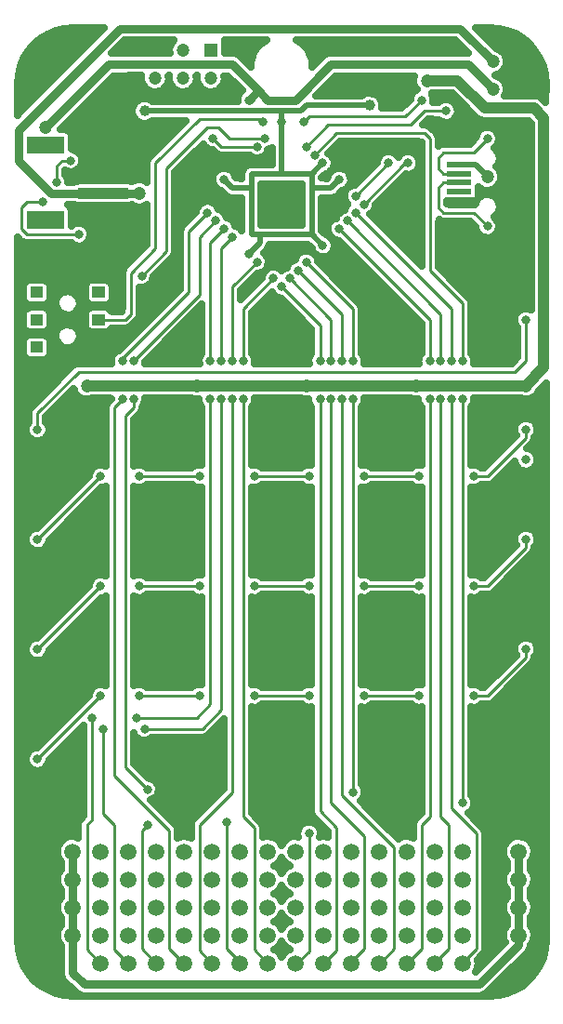
<source format=gbr>
G04 DipTrace 2.4.0.2*
%INBottom.gbr*%
%MOIN*%
%ADD10C,0.0098*%
%ADD13C,0.0197*%
%ADD16C,0.0315*%
%ADD18C,0.0394*%
%ADD20C,0.025*%
%ADD27R,0.0906X0.0197*%
%ADD28R,0.0984X0.0787*%
%ADD31C,0.0472*%
%ADD32R,0.0472X0.0472*%
%ADD34C,0.0591*%
%ADD35C,0.0472*%
%FSLAX44Y44*%
G04*
G70*
G90*
G75*
G01*
%LNBottom*%
%LPD*%
X12992Y32283D2*
D13*
X10728D1*
X10531Y32087D1*
X9843D1*
X4921D1*
X7776Y29626D2*
X8071Y29331D1*
X8760D1*
Y29823D1*
X9843D1*
Y31693D1*
X11319Y30217D2*
X10925Y29823D1*
X9843D1*
X11909Y29626D2*
X11614Y29331D1*
X10925D1*
Y29823D1*
X11319Y27264D2*
X10925Y27657D1*
Y29331D1*
X8661Y26969D2*
X9055Y27362D1*
Y27657D1*
X10925D1*
X9055D2*
X8760D1*
Y29331D1*
X9843Y31693D2*
Y32087D1*
X18343Y5543D2*
D16*
Y4543D1*
Y3543D1*
Y2543D1*
Y2201D1*
X16929Y787D1*
X2756D1*
X2343Y1201D1*
Y2543D1*
Y3543D1*
Y4543D1*
Y5543D1*
X1378Y31496D2*
X3642Y33760D1*
X8071D1*
X9006Y32825D1*
X9350Y32480D1*
X10335D1*
X11614Y33760D1*
X16535D1*
X17421Y32874D1*
X8661Y32480D2*
X9006Y32825D1*
X15157Y23130D2*
D10*
Y24606D1*
X11909Y27854D1*
X15157Y21752D2*
Y6791D1*
X14862Y6496D1*
Y2067D1*
X14343Y1547D1*
Y1543D1*
X15551Y23130D2*
Y24803D1*
X12205Y28150D1*
X15551Y21752D2*
Y6791D1*
X15846Y6496D1*
Y2067D1*
X15343Y1563D1*
Y1543D1*
X15945Y23130D2*
Y25000D1*
X12500Y28445D1*
X15945Y21752D2*
Y7087D1*
X16831Y6201D1*
Y2067D1*
X16343Y1579D1*
Y1543D1*
X14370Y30217D2*
X14272D1*
X12795Y28740D1*
X13681Y30217D2*
X12500Y29035D1*
X7283Y23130D2*
Y27362D1*
X7776Y27854D1*
X3051Y10335D2*
Y6693D1*
X2854Y6496D1*
Y2031D1*
X3343Y1543D1*
X7283Y21752D2*
Y10827D1*
X6791Y10335D1*
X4626D1*
X7677Y23130D2*
Y27165D1*
X8071Y27559D1*
X3445Y9941D2*
Y6890D1*
X3839Y6496D1*
Y2047D1*
X4343Y1543D1*
X7677Y21752D2*
Y10630D1*
X6988Y9941D1*
X4921D1*
X7480Y28150D2*
X6890Y27559D1*
Y25492D1*
X4528Y23130D1*
X5343Y1543D2*
X4823Y2063D1*
Y6299D1*
X5020Y6496D1*
Y7776D2*
X4232Y8563D1*
Y21161D1*
X4528Y21457D1*
Y21752D1*
X7185Y28445D2*
X6496Y27756D1*
Y25591D1*
X4134Y23228D1*
Y23130D1*
X6343Y1543D2*
X5807Y2079D1*
Y6299D1*
X3839Y8268D1*
Y21457D1*
X4134Y21752D1*
X8071Y23130D2*
Y25787D1*
X8957Y26673D1*
X8071Y21752D2*
Y7677D1*
X6890Y6496D1*
Y1996D1*
X7343Y1543D1*
X12402Y23130D2*
Y25000D1*
X10728Y26673D1*
X12402Y21752D2*
Y7677D1*
X7874Y6594D2*
Y2067D1*
X8343Y1598D1*
Y1543D1*
X8465Y23130D2*
Y25000D1*
X9547Y26083D1*
X8465Y21752D2*
Y6791D1*
X8858Y6398D1*
Y2028D1*
X9343Y1543D1*
X11024Y30512D2*
X11811Y31299D1*
X14961D1*
X15157Y31102D1*
Y26378D1*
X16339Y25197D1*
Y23130D1*
Y21752D2*
Y7283D1*
X10827Y6201D2*
Y1969D1*
X10343Y1484D1*
Y1543D1*
X11220Y23130D2*
Y24409D1*
X9843Y25787D1*
X11220Y21752D2*
Y6988D1*
X11811Y6398D1*
Y2012D1*
X11343Y1543D1*
X11614Y23130D2*
Y24606D1*
X10138Y26083D1*
X11614Y21752D2*
Y7283D1*
X12795Y6102D1*
Y2067D1*
X12343Y1614D1*
Y1543D1*
X12008Y23130D2*
Y24803D1*
X10433Y26378D1*
X12008Y21752D2*
Y7579D1*
X13878Y5709D1*
Y2067D1*
X13354Y1543D1*
X13343D1*
X15748Y32087D2*
X14961D1*
X14469Y31594D1*
X11516D1*
X10728Y30807D1*
X3425Y29921D2*
D16*
X4724D1*
X17343Y2543D2*
Y3543D1*
Y4543D1*
Y5543D1*
X1343D2*
Y4543D1*
Y3543D1*
Y2543D1*
X1280Y28839D2*
D10*
X689D1*
X492Y28642D1*
Y27854D1*
X689Y27657D1*
X2559D1*
X2264Y30315D2*
X1969D1*
X1772Y30118D1*
Y29528D1*
X16201Y30157D2*
D13*
X16791D1*
X17224Y29724D1*
X14862Y32480D2*
D10*
X14272Y31890D1*
X10827D1*
X10630Y31693D1*
X9154D2*
Y31791D1*
X6890D1*
X5315Y30217D1*
Y27165D1*
X4429Y26280D1*
Y24803D1*
X4232Y24606D1*
X3278D1*
X16201Y29528D2*
X15650D1*
X15453Y29331D1*
Y28642D1*
X15650Y28445D1*
X16732D1*
X17224Y27953D1*
X16201Y29843D2*
X15630D1*
X15453Y30020D1*
Y30413D1*
X15650Y30610D1*
X16732D1*
X17224Y31102D1*
X18602Y24606D2*
Y23130D1*
X18209Y22736D1*
X2559D1*
X1083Y21260D1*
Y20669D1*
X14764Y18996D2*
X12795D1*
X10827D2*
X8858D1*
X6890D2*
X4724D1*
X3346D2*
X1083Y16732D1*
X18602Y20669D2*
Y20374D1*
X17224Y18996D1*
X16732D1*
X18602Y16732D2*
Y16437D1*
X17224Y15059D1*
X16732D1*
X14764D2*
X12795D1*
X10827D2*
X8858D1*
X6890D2*
X4724D1*
X3346D2*
X1083Y12795D1*
X18602D2*
Y12500D1*
X17224Y11122D1*
X16732D1*
X14764D2*
X12795D1*
X10827D2*
X8858D1*
X6890D2*
X4724D1*
X3346D2*
X1083Y8858D1*
X9252Y31102D2*
X7972D1*
X7579Y31496D1*
X7185D1*
X5709Y30020D1*
Y27067D1*
X4823Y26181D1*
X8957Y30807D2*
X7677D1*
X7382Y31102D1*
X3425Y29134D2*
D16*
X4724D1*
X3425D2*
X1575D1*
X394Y30315D1*
Y31398D1*
X4035Y35039D1*
X16240D1*
X17421Y33858D1*
X2854Y22244D2*
D18*
X6791D1*
X10728D1*
X14665D1*
X18602D1*
X15059Y33169D2*
X16142D1*
X17126Y32185D1*
X18898D1*
X19252Y31831D1*
Y22894D1*
X18602Y22244D1*
D35*
X17421Y33858D3*
X17224Y29724D3*
X1378Y31496D3*
D16*
X1772Y29528D3*
D35*
X17421Y32874D3*
X15059Y33169D3*
X18602Y22244D3*
X14665D3*
X10728D3*
D16*
X2264Y30315D3*
X1280Y28839D3*
X2559Y27657D3*
D35*
X4724Y29134D3*
X6791Y22244D3*
X4724Y29921D3*
X2854Y22244D3*
D18*
X12992Y32283D3*
D16*
X4823Y26181D3*
D18*
X4921Y32087D3*
D16*
X9843Y31693D3*
X12402Y23130D3*
X12795Y28740D3*
X14370Y30217D3*
X14862Y32480D3*
X8563Y34449D3*
X9252Y31102D3*
X10630Y31693D3*
X8957Y30807D3*
X10728D3*
X9154Y31693D3*
X11024Y30512D3*
X12500Y29035D3*
Y28445D3*
X7382Y31102D3*
X12205Y28150D3*
X11909Y29626D3*
Y27854D3*
X11614Y29921D3*
Y27559D3*
X12008Y23130D3*
X11614D3*
X11220D3*
X9843Y25787D3*
X8957Y26673D3*
X9547Y26083D3*
X8661Y26969D3*
X10138Y26083D3*
X13681Y30217D3*
X7185Y28445D3*
X7480Y29331D3*
Y28150D3*
X7776Y29626D3*
Y27854D3*
X12992Y30610D3*
X8071Y27559D3*
X14665Y26969D3*
X6102Y28839D3*
X9252Y29331D3*
X10433D3*
X9252Y28150D3*
X10433D3*
X9843Y29331D3*
X10433Y28740D3*
X9843Y28150D3*
X9252Y28740D3*
X11319Y30217D3*
Y27264D3*
X8661Y32480D3*
X17224Y27953D3*
Y31102D3*
X15748Y32087D3*
X12402Y21752D3*
X10433Y26378D3*
X10728Y26673D3*
X12008Y21752D3*
X8465Y23130D3*
X8071D3*
X7677D3*
X7283D3*
X4528D3*
X4134D3*
X16339D3*
X15945D3*
X15551D3*
X11614Y21752D3*
X11220D3*
X8465D3*
X8071D3*
X7677D3*
X7283D3*
X4528D3*
X4134D3*
X16339D3*
X15945D3*
X15551D3*
X15157D3*
Y23130D3*
X11122Y34449D3*
X12894D3*
X14961D3*
X6004Y26476D3*
X2657Y31496D3*
X15846Y26969D3*
X18504D3*
Y30413D3*
Y28642D3*
X1772Y20472D3*
X5315Y31299D3*
X3346Y28543D3*
X2264Y24606D3*
X5512Y25394D3*
X13976Y24606D3*
X17913D3*
X17520Y20866D3*
Y16732D3*
Y12795D3*
Y20472D3*
X1772Y16339D3*
X17520Y8858D3*
X1772Y20866D3*
Y16732D3*
X17520Y16339D3*
X1772Y12402D3*
Y12795D3*
Y8858D3*
X1870Y24606D3*
X17520Y12402D3*
X1772Y8465D3*
X5118Y24902D3*
X13583Y24606D3*
X17520D3*
Y8465D3*
X6201Y32579D3*
X5020Y7776D3*
X4626Y10335D3*
X3051D3*
X4921Y9941D3*
X3445D3*
X5020Y6496D3*
X12402Y7677D3*
X7874Y6594D3*
X16339Y7283D3*
X10827Y6201D3*
X18602Y24606D3*
X1083Y20669D3*
X18602D3*
X1083Y16732D3*
X14764Y18996D3*
X16732D3*
X10827D3*
X12795D3*
X8858D3*
X6890D3*
X4724D3*
X3346D3*
X18602Y19587D3*
X16732Y15059D3*
X14764D3*
X12795D3*
X10827D3*
X8858D3*
X6890D3*
X4724D3*
X3346D3*
X16732Y11122D3*
X14764D3*
X12795D3*
X10827D3*
X8858D3*
X6890D3*
X4724D3*
X3346D3*
X18602Y16732D3*
Y12795D3*
X1083D3*
Y8858D3*
X5709Y20669D3*
X9646D3*
X13583D3*
X5709Y16732D3*
X9646D3*
X13583D3*
X5709Y12795D3*
X9646D3*
X13583D3*
X5709Y8858D3*
X9646D3*
X13583D3*
X9843Y24606D3*
X5906Y23819D3*
X4035Y25394D3*
X16535Y31890D3*
X11516Y32776D3*
X787Y32874D3*
X17717Y34449D3*
X1431Y34819D2*
D20*
X3209D1*
X17064D2*
X18252D1*
X1080Y34571D2*
X2959D1*
X4173D2*
X5897D1*
X7814D2*
X9178D1*
X10505D2*
X16104D1*
X17314D2*
X18604D1*
X837Y34322D2*
X2713D1*
X3923D2*
X5787D1*
X7814D2*
X8924D1*
X10759D2*
X16354D1*
X17603D2*
X18846D1*
X669Y34073D2*
X2463D1*
X8361D2*
X8787D1*
X10900D2*
X11323D1*
X17884D2*
X19018D1*
X544Y33824D2*
X2213D1*
X8611D2*
X8721D1*
X10966D2*
X11071D1*
X17935D2*
X19139D1*
X462Y33576D2*
X1967D1*
X17845D2*
X19221D1*
X412Y33327D2*
X1717D1*
X3814D2*
X4791D1*
X7810D2*
X7898D1*
X11787D2*
X14573D1*
X17630D2*
X19272D1*
X392Y33078D2*
X1467D1*
X3564D2*
X4819D1*
X7779D2*
X8147D1*
X11537D2*
X14553D1*
X17892D2*
X19291D1*
X392Y32830D2*
X1221D1*
X3318D2*
X5041D1*
X5556D2*
X6041D1*
X6556D2*
X7041D1*
X7556D2*
X8397D1*
X11291D2*
X14623D1*
X17935D2*
X19295D1*
X392Y32581D2*
X971D1*
X3068D2*
X8237D1*
X13353D2*
X14440D1*
X15287D2*
X16069D1*
X19134D2*
X19295D1*
X392Y32332D2*
X721D1*
X2818D2*
X4518D1*
X13462D2*
X14260D1*
X16103D2*
X16319D1*
X392Y32084D2*
X478D1*
X2572D2*
X4448D1*
X16185D2*
X16565D1*
X2322Y31835D2*
X4522D1*
X16099D2*
X16819D1*
X2072Y31586D2*
X6233D1*
X15080D2*
X18776D1*
X2271Y31338D2*
X5983D1*
X15376D2*
X16862D1*
X17587D2*
X18776D1*
X2326Y31089D2*
X5737D1*
X15486D2*
X16760D1*
X17658D2*
X18776D1*
X2326Y30840D2*
X5487D1*
X11806D2*
X14830D1*
X17564D2*
X18776D1*
X2591Y30592D2*
X5237D1*
X6732D2*
X7440D1*
X9330D2*
X9467D1*
X11556D2*
X13491D1*
X13873D2*
X14178D1*
X14560D2*
X14830D1*
X17642D2*
X18776D1*
X2697Y30343D2*
X5014D1*
X6486D2*
X9467D1*
X11736D2*
X13264D1*
X17689D2*
X18776D1*
X2634Y30094D2*
X4987D1*
X6236D2*
X8510D1*
X11736D2*
X13108D1*
X17572D2*
X18776D1*
X2099Y29845D2*
X4987D1*
X6037D2*
X7405D1*
X8146D2*
X8385D1*
X12283D2*
X12858D1*
X14572D2*
X14830D1*
X17724D2*
X18776D1*
X2201Y29597D2*
X4541D1*
X4908D2*
X4985D1*
X6037D2*
X7342D1*
X12345D2*
X12608D1*
X14103D2*
X14830D1*
X17720D2*
X18776D1*
X6037Y29348D2*
X7448D1*
X9134D2*
X10549D1*
X13857D2*
X14830D1*
X17560D2*
X18776D1*
X6037Y29099D2*
X7780D1*
X9134D2*
X10549D1*
X11904D2*
X12072D1*
X13607D2*
X14830D1*
X16931D2*
X17147D1*
X17303D2*
X18776D1*
X6037Y28851D2*
X7100D1*
X7274D2*
X8385D1*
X9134D2*
X10549D1*
X11302D2*
X12108D1*
X13357D2*
X14830D1*
X15779D2*
X16799D1*
X17646D2*
X18776D1*
X2306Y28602D2*
X4987D1*
X6037D2*
X6780D1*
X7587D2*
X8385D1*
X9134D2*
X10549D1*
X11302D2*
X12096D1*
X13209D2*
X14830D1*
X17685D2*
X18776D1*
X2326Y28353D2*
X4987D1*
X6037D2*
X6643D1*
X7861D2*
X8385D1*
X9134D2*
X10549D1*
X11302D2*
X11823D1*
X13044D2*
X14830D1*
X17564D2*
X18776D1*
X2326Y28105D2*
X4987D1*
X6037D2*
X6393D1*
X8126D2*
X8385D1*
X9134D2*
X10549D1*
X11302D2*
X11561D1*
X13294D2*
X14830D1*
X15486D2*
X16619D1*
X17630D2*
X18776D1*
X2943Y27856D2*
X4987D1*
X6037D2*
X6183D1*
X11302D2*
X11475D1*
X13541D2*
X14830D1*
X15486D2*
X16799D1*
X17650D2*
X18776D1*
X2990Y27607D2*
X4987D1*
X6037D2*
X6169D1*
X13791D2*
X14830D1*
X15486D2*
X16979D1*
X17470D2*
X18776D1*
X392Y27359D2*
X619D1*
X2865D2*
X4987D1*
X6037D2*
X6169D1*
X11744D2*
X11951D1*
X14041D2*
X14830D1*
X15486D2*
X18776D1*
X392Y27110D2*
X4807D1*
X6037D2*
X6169D1*
X9326D2*
X10912D1*
X11724D2*
X12201D1*
X14287D2*
X14830D1*
X15486D2*
X18776D1*
X392Y26861D2*
X4557D1*
X5955D2*
X6170D1*
X9345D2*
X10338D1*
X11119D2*
X11213D1*
X11423D2*
X12451D1*
X14537D2*
X14830D1*
X15486D2*
X18776D1*
X392Y26613D2*
X4311D1*
X5709D2*
X6170D1*
X9388D2*
X10073D1*
X11240D2*
X12698D1*
X15486D2*
X18776D1*
X392Y26364D2*
X4116D1*
X5459D2*
X6170D1*
X11490D2*
X12948D1*
X15623D2*
X18776D1*
X392Y26115D2*
X4104D1*
X5251D2*
X6170D1*
X8849D2*
X9112D1*
X11740D2*
X13198D1*
X15873D2*
X18776D1*
X392Y25866D2*
X563D1*
X1544D2*
X2787D1*
X3771D2*
X4104D1*
X5111D2*
X6170D1*
X8603D2*
X8877D1*
X11986D2*
X13444D1*
X16123D2*
X18776D1*
X392Y25618D2*
X548D1*
X1556D2*
X2772D1*
X3783D2*
X4104D1*
X4755D2*
X6073D1*
X8400D2*
X8631D1*
X12236D2*
X13694D1*
X16369D2*
X18776D1*
X392Y25369D2*
X548D1*
X1556D2*
X1756D1*
X2572D2*
X2776D1*
X3779D2*
X4104D1*
X4755D2*
X5823D1*
X9287D2*
X9807D1*
X12486D2*
X13944D1*
X16611D2*
X18776D1*
X392Y25120D2*
X1729D1*
X2603D2*
X4104D1*
X4755D2*
X5573D1*
X9037D2*
X10057D1*
X12705D2*
X14190D1*
X16666D2*
X18776D1*
X392Y24872D2*
X555D1*
X1548D2*
X1873D1*
X2459D2*
X2784D1*
X4755D2*
X5326D1*
X6720D2*
X6955D1*
X8791D2*
X10307D1*
X12728D2*
X14440D1*
X16666D2*
X18264D1*
X392Y24623D2*
X548D1*
X1556D2*
X2772D1*
X4697D2*
X5076D1*
X6474D2*
X6955D1*
X8791D2*
X10553D1*
X12728D2*
X14690D1*
X16666D2*
X18166D1*
X392Y24374D2*
X548D1*
X1556D2*
X1920D1*
X2408D2*
X2776D1*
X4451D2*
X4826D1*
X6224D2*
X6955D1*
X8791D2*
X10803D1*
X12728D2*
X14830D1*
X16666D2*
X18241D1*
X392Y24126D2*
X1733D1*
X2595D2*
X4580D1*
X5974D2*
X6955D1*
X8791D2*
X10893D1*
X12728D2*
X14830D1*
X16666D2*
X18276D1*
X392Y23877D2*
X555D1*
X1552D2*
X1744D1*
X2587D2*
X4330D1*
X5728D2*
X6955D1*
X8791D2*
X10893D1*
X12728D2*
X14830D1*
X16666D2*
X18276D1*
X392Y23628D2*
X548D1*
X1556D2*
X1979D1*
X2353D2*
X4080D1*
X5478D2*
X6955D1*
X8791D2*
X10893D1*
X12728D2*
X14830D1*
X16666D2*
X18276D1*
X392Y23380D2*
X555D1*
X1552D2*
X3784D1*
X5228D2*
X6932D1*
X8814D2*
X10869D1*
X12751D2*
X14807D1*
X16689D2*
X18276D1*
X392Y23131D2*
X3698D1*
X4982D2*
X6850D1*
X8900D2*
X10784D1*
X12837D2*
X14721D1*
X16775D2*
X18151D1*
X392Y22882D2*
X2252D1*
X392Y22634D2*
X2002D1*
X392Y22385D2*
X1756D1*
X392Y22136D2*
X1506D1*
X19154D2*
X19292D1*
X392Y21887D2*
X1256D1*
X2162D2*
X2494D1*
X18962D2*
X19295D1*
X392Y21639D2*
X1010D1*
X1916D2*
X3573D1*
X4947D2*
X6866D1*
X8884D2*
X10799D1*
X12822D2*
X14737D1*
X16759D2*
X19295D1*
X392Y21390D2*
X784D1*
X1666D2*
X3510D1*
X4849D2*
X6955D1*
X8791D2*
X10893D1*
X12728D2*
X14830D1*
X16666D2*
X19295D1*
X392Y21141D2*
X756D1*
X1416D2*
X3510D1*
X4666D2*
X6955D1*
X8791D2*
X10893D1*
X12728D2*
X14830D1*
X16666D2*
X19295D1*
X392Y20893D2*
X713D1*
X1451D2*
X3510D1*
X4560D2*
X6955D1*
X8791D2*
X10893D1*
X12728D2*
X14830D1*
X16666D2*
X18233D1*
X18970D2*
X19295D1*
X392Y20644D2*
X647D1*
X1517D2*
X3510D1*
X4560D2*
X6955D1*
X8791D2*
X10893D1*
X12728D2*
X14830D1*
X16666D2*
X18166D1*
X19037D2*
X19295D1*
X392Y20395D2*
X752D1*
X1412D2*
X3510D1*
X4560D2*
X6955D1*
X8791D2*
X10893D1*
X12728D2*
X14830D1*
X16666D2*
X18170D1*
X18931D2*
X19295D1*
X392Y20147D2*
X3510D1*
X4560D2*
X6955D1*
X8791D2*
X10893D1*
X12728D2*
X14830D1*
X16666D2*
X17924D1*
X18826D2*
X19295D1*
X392Y19898D2*
X3510D1*
X4560D2*
X6955D1*
X8791D2*
X10893D1*
X12728D2*
X14830D1*
X16666D2*
X17674D1*
X18896D2*
X19295D1*
X392Y19649D2*
X3510D1*
X4560D2*
X6955D1*
X8791D2*
X10893D1*
X12728D2*
X14830D1*
X16666D2*
X17424D1*
X19033D2*
X19295D1*
X392Y19401D2*
X3252D1*
X4821D2*
X6795D1*
X8955D2*
X10733D1*
X12888D2*
X14670D1*
X16826D2*
X17178D1*
X18080D2*
X18212D1*
X18994D2*
X19295D1*
X392Y19152D2*
X2944D1*
X17834D2*
X19295D1*
X392Y18903D2*
X2803D1*
X17584D2*
X19295D1*
X392Y18655D2*
X2553D1*
X4978D2*
X6639D1*
X9111D2*
X10573D1*
X13048D2*
X14510D1*
X16986D2*
X19295D1*
X392Y18406D2*
X2303D1*
X3209D2*
X3510D1*
X4560D2*
X6955D1*
X8791D2*
X10893D1*
X12728D2*
X14830D1*
X16666D2*
X19295D1*
X392Y18157D2*
X2057D1*
X2959D2*
X3510D1*
X4560D2*
X6955D1*
X8791D2*
X10893D1*
X12728D2*
X14830D1*
X16666D2*
X19295D1*
X392Y17908D2*
X1807D1*
X2712D2*
X3510D1*
X4560D2*
X6955D1*
X8791D2*
X10893D1*
X12728D2*
X14830D1*
X16666D2*
X19295D1*
X392Y17660D2*
X1557D1*
X2462D2*
X3510D1*
X4560D2*
X6955D1*
X8791D2*
X10893D1*
X12728D2*
X14830D1*
X16666D2*
X19295D1*
X392Y17411D2*
X1311D1*
X2212D2*
X3510D1*
X4560D2*
X6955D1*
X8791D2*
X10893D1*
X12728D2*
X14830D1*
X16666D2*
X19295D1*
X392Y17162D2*
X1061D1*
X1966D2*
X3510D1*
X4560D2*
X6955D1*
X8791D2*
X10893D1*
X12728D2*
X14830D1*
X16666D2*
X19295D1*
X392Y16914D2*
X690D1*
X1716D2*
X3510D1*
X4560D2*
X6955D1*
X8791D2*
X10893D1*
X12728D2*
X14830D1*
X16666D2*
X18209D1*
X18994D2*
X19295D1*
X392Y16665D2*
X655D1*
X1513D2*
X3510D1*
X4560D2*
X6955D1*
X8791D2*
X10893D1*
X12728D2*
X14830D1*
X16666D2*
X18174D1*
X19033D2*
X19295D1*
X392Y16416D2*
X795D1*
X1369D2*
X3510D1*
X4560D2*
X6955D1*
X8791D2*
X10893D1*
X12728D2*
X14830D1*
X16666D2*
X18131D1*
X18927D2*
X19295D1*
X392Y16168D2*
X3510D1*
X4560D2*
X6955D1*
X8791D2*
X10893D1*
X12728D2*
X14830D1*
X16666D2*
X17881D1*
X18787D2*
X19295D1*
X392Y15919D2*
X3510D1*
X4560D2*
X6955D1*
X8791D2*
X10893D1*
X12728D2*
X14830D1*
X16666D2*
X17631D1*
X18537D2*
X19295D1*
X392Y15670D2*
X3510D1*
X4560D2*
X6955D1*
X8791D2*
X10893D1*
X12728D2*
X14830D1*
X16666D2*
X17385D1*
X18287D2*
X19295D1*
X392Y15422D2*
X3127D1*
X4943D2*
X6674D1*
X9076D2*
X10608D1*
X13013D2*
X14545D1*
X16951D2*
X17135D1*
X18041D2*
X19295D1*
X392Y15173D2*
X2928D1*
X17791D2*
X19295D1*
X392Y14924D2*
X2760D1*
X17541D2*
X19295D1*
X392Y14676D2*
X2510D1*
X4896D2*
X6717D1*
X9029D2*
X10655D1*
X12966D2*
X14592D1*
X16904D2*
X19295D1*
X392Y14427D2*
X2260D1*
X3166D2*
X3510D1*
X4560D2*
X6955D1*
X8791D2*
X10893D1*
X12728D2*
X14830D1*
X16666D2*
X19295D1*
X392Y14178D2*
X2014D1*
X2919D2*
X3510D1*
X4560D2*
X6955D1*
X8791D2*
X10893D1*
X12728D2*
X14830D1*
X16666D2*
X19295D1*
X392Y13929D2*
X1764D1*
X2669D2*
X3510D1*
X4560D2*
X6955D1*
X8791D2*
X10893D1*
X12728D2*
X14830D1*
X16666D2*
X19295D1*
X392Y13681D2*
X1514D1*
X2419D2*
X3510D1*
X4560D2*
X6955D1*
X8791D2*
X10893D1*
X12728D2*
X14830D1*
X16666D2*
X19295D1*
X392Y13432D2*
X1268D1*
X2173D2*
X3510D1*
X4560D2*
X6955D1*
X8791D2*
X10893D1*
X12728D2*
X14830D1*
X16666D2*
X19295D1*
X392Y13183D2*
X924D1*
X1923D2*
X3510D1*
X4560D2*
X6955D1*
X8791D2*
X10893D1*
X12728D2*
X14830D1*
X16666D2*
X18444D1*
X18759D2*
X19295D1*
X392Y12935D2*
X670D1*
X1673D2*
X3510D1*
X4560D2*
X6955D1*
X8791D2*
X10893D1*
X12728D2*
X14830D1*
X16666D2*
X18190D1*
X19013D2*
X19295D1*
X392Y12686D2*
X662D1*
X1501D2*
X3510D1*
X4560D2*
X6955D1*
X8791D2*
X10893D1*
X12728D2*
X14830D1*
X16666D2*
X18182D1*
X19025D2*
X19295D1*
X392Y12437D2*
X858D1*
X1310D2*
X3510D1*
X4560D2*
X6955D1*
X8791D2*
X10893D1*
X12728D2*
X14830D1*
X16666D2*
X18088D1*
X18923D2*
X19295D1*
X392Y12189D2*
X3510D1*
X4560D2*
X6955D1*
X8791D2*
X10893D1*
X12728D2*
X14830D1*
X16666D2*
X17838D1*
X18744D2*
X19295D1*
X392Y11940D2*
X3510D1*
X4560D2*
X6955D1*
X8791D2*
X10893D1*
X12728D2*
X14830D1*
X16666D2*
X17588D1*
X18494D2*
X19295D1*
X392Y11691D2*
X3510D1*
X4560D2*
X6955D1*
X8791D2*
X10893D1*
X12728D2*
X14830D1*
X16666D2*
X17342D1*
X18248D2*
X19295D1*
X392Y11443D2*
X3065D1*
X5005D2*
X6608D1*
X9138D2*
X10545D1*
X13076D2*
X14483D1*
X17013D2*
X17092D1*
X17998D2*
X19295D1*
X392Y11194D2*
X2916D1*
X17748D2*
X19295D1*
X392Y10945D2*
X2717D1*
X17501D2*
X19295D1*
X392Y10697D2*
X2467D1*
X8791D2*
X10893D1*
X12728D2*
X14830D1*
X16666D2*
X19295D1*
X392Y10448D2*
X2221D1*
X8791D2*
X10893D1*
X12728D2*
X14830D1*
X16666D2*
X19295D1*
X392Y10199D2*
X1971D1*
X8791D2*
X10893D1*
X12728D2*
X14830D1*
X16666D2*
X19295D1*
X392Y9950D2*
X1721D1*
X2626D2*
X2725D1*
X7451D2*
X7744D1*
X8791D2*
X10893D1*
X12728D2*
X14830D1*
X16666D2*
X19295D1*
X392Y9702D2*
X1475D1*
X2380D2*
X2725D1*
X7197D2*
X7744D1*
X8791D2*
X10893D1*
X12728D2*
X14830D1*
X16666D2*
X19295D1*
X392Y9453D2*
X1225D1*
X2130D2*
X2725D1*
X4560D2*
X7744D1*
X8791D2*
X10893D1*
X12728D2*
X14830D1*
X16666D2*
X19295D1*
X392Y9204D2*
X838D1*
X1880D2*
X2725D1*
X4560D2*
X7744D1*
X8791D2*
X10893D1*
X12728D2*
X14830D1*
X16666D2*
X19295D1*
X392Y8956D2*
X659D1*
X1634D2*
X2725D1*
X4560D2*
X7744D1*
X8791D2*
X10893D1*
X12728D2*
X14830D1*
X16666D2*
X19295D1*
X392Y8707D2*
X678D1*
X1490D2*
X2725D1*
X4560D2*
X7744D1*
X8791D2*
X10893D1*
X12728D2*
X14830D1*
X16666D2*
X19295D1*
X392Y8458D2*
X967D1*
X1199D2*
X2725D1*
X4791D2*
X7744D1*
X8791D2*
X10893D1*
X12728D2*
X14830D1*
X16666D2*
X19295D1*
X392Y8210D2*
X2725D1*
X5037D2*
X7744D1*
X8791D2*
X10893D1*
X12728D2*
X14830D1*
X16666D2*
X19295D1*
X392Y7961D2*
X2725D1*
X5412D2*
X7744D1*
X8791D2*
X10893D1*
X12728D2*
X14830D1*
X16666D2*
X19295D1*
X392Y7712D2*
X2725D1*
X5451D2*
X7655D1*
X8791D2*
X10893D1*
X12837D2*
X14830D1*
X16666D2*
X19295D1*
X392Y7464D2*
X2725D1*
X5310D2*
X7405D1*
X8791D2*
X10893D1*
X12779D2*
X14830D1*
X16732D2*
X19295D1*
X392Y7215D2*
X2725D1*
X5345D2*
X7155D1*
X8791D2*
X10893D1*
X12826D2*
X14830D1*
X16767D2*
X19295D1*
X392Y6966D2*
X2725D1*
X5591D2*
X6909D1*
X8791D2*
X10893D1*
X13072D2*
X14830D1*
X16623D2*
X19295D1*
X392Y6718D2*
X2623D1*
X5841D2*
X6659D1*
X8990D2*
X11037D1*
X13322D2*
X14631D1*
X16767D2*
X19295D1*
X392Y6469D2*
X2526D1*
X6084D2*
X6561D1*
X9177D2*
X10491D1*
X11162D2*
X11287D1*
X13572D2*
X14534D1*
X17013D2*
X19295D1*
X392Y6220D2*
X2526D1*
X6134D2*
X6561D1*
X9185D2*
X10393D1*
X11263D2*
X11483D1*
X13818D2*
X14534D1*
X17158D2*
X19295D1*
X392Y5971D2*
X1975D1*
X9709D2*
X9975D1*
X17158D2*
X17975D1*
X18709D2*
X19295D1*
X392Y5723D2*
X1799D1*
X17158D2*
X17799D1*
X18884D2*
X19295D1*
X392Y5474D2*
X1772D1*
X17158D2*
X17772D1*
X18912D2*
X19295D1*
X392Y5225D2*
X1869D1*
X17158D2*
X17869D1*
X18814D2*
X19295D1*
X392Y4977D2*
X1909D1*
X9705D2*
X9983D1*
X17158D2*
X17909D1*
X18779D2*
X19295D1*
X392Y4728D2*
X1803D1*
X17158D2*
X17803D1*
X18884D2*
X19295D1*
X392Y4479D2*
X1772D1*
X17158D2*
X17772D1*
X18912D2*
X19295D1*
X392Y4231D2*
X1866D1*
X17158D2*
X17866D1*
X18818D2*
X19295D1*
X392Y3982D2*
X1909D1*
X9697D2*
X9991D1*
X17158D2*
X17909D1*
X18779D2*
X19295D1*
X392Y3733D2*
X1803D1*
X17158D2*
X17803D1*
X18880D2*
X19295D1*
X392Y3485D2*
X1772D1*
X17158D2*
X17772D1*
X18912D2*
X19295D1*
X392Y3236D2*
X1862D1*
X17158D2*
X17862D1*
X18822D2*
X19295D1*
X392Y2987D2*
X1909D1*
X9689D2*
X9994D1*
X17158D2*
X17909D1*
X18779D2*
X19295D1*
X392Y2739D2*
X1807D1*
X17158D2*
X17807D1*
X18880D2*
X19295D1*
X390Y2490D2*
X1772D1*
X17158D2*
X17772D1*
X18912D2*
X19295D1*
X400Y2241D2*
X1862D1*
X17158D2*
X17776D1*
X18826D2*
X19284D1*
X431Y1992D2*
X1909D1*
X9681D2*
X10002D1*
X17150D2*
X17530D1*
X18720D2*
X19256D1*
X490Y1744D2*
X1909D1*
X16959D2*
X17280D1*
X18490D2*
X19194D1*
X591Y1495D2*
X1909D1*
X16916D2*
X17030D1*
X18244D2*
X19092D1*
X736Y1246D2*
X1909D1*
X17994D2*
X18948D1*
X935Y998D2*
X1959D1*
X17744D2*
X18748D1*
X1212Y749D2*
X2190D1*
X17498D2*
X18471D1*
X1681Y500D2*
X2436D1*
X17248D2*
X18002D1*
X16907Y29352D2*
X16903Y29176D1*
X16907Y28966D1*
X17027Y29056D1*
X17145Y29095D1*
X17270Y29100D1*
X17391Y29070D1*
X17498Y29007D1*
X17584Y28917D1*
X17641Y28806D1*
X17666Y28661D1*
X17648Y28538D1*
X17597Y28424D1*
X17516Y28330D1*
X17454Y28289D1*
X17510Y28248D1*
X17585Y28149D1*
X17627Y28032D1*
X17635Y27953D1*
X17616Y27830D1*
X17561Y27718D1*
X17475Y27628D1*
X17366Y27567D1*
X17244Y27543D1*
X17121Y27556D1*
X17006Y27605D1*
X16912Y27686D1*
X16846Y27792D1*
X16817Y27932D1*
X16605Y28145D1*
X15650Y28143D1*
X15525Y28170D1*
X15493Y28187D1*
X15460Y28102D1*
Y26505D1*
X16552Y25411D1*
X16621Y25303D1*
X16641Y25197D1*
Y23404D1*
X16699Y23326D1*
X16741Y23209D1*
X16749Y23130D1*
X16736Y23041D1*
X17809Y23039D1*
X18086D1*
X18301Y23257D1*
X18300Y24329D1*
X18224Y24446D1*
X18194Y24566D1*
X18201Y24691D1*
X18244Y24807D1*
X18321Y24905D1*
X18424Y24976D1*
X18543Y25013D1*
X18667Y25012D1*
X18802Y24962D1*
Y31648D1*
X18710Y31736D1*
X17126Y31735D1*
X17003Y31752D1*
X16886Y31805D1*
X16808Y31867D1*
X15954Y32720D1*
X15247Y32719D1*
X15223Y32677D1*
X15265Y32560D1*
X15273Y32480D1*
X15259Y32392D1*
X15472Y32389D1*
X15569Y32456D1*
X15688Y32493D1*
X15813Y32492D1*
X15931Y32454D1*
X16033Y32382D1*
X16109Y32283D1*
X16151Y32166D1*
X16159Y32087D1*
X16140Y31964D1*
X16085Y31852D1*
X15999Y31762D1*
X15890Y31701D1*
X15768Y31677D1*
X15644Y31689D1*
X15530Y31739D1*
X15480Y31782D1*
X15088Y31784D1*
X14901Y31599D1*
X14961Y31602D1*
X15085Y31574D1*
X15174Y31513D1*
X15371Y31316D1*
X15440Y31208D1*
X15460Y31102D1*
X15464Y30849D1*
X15576Y30903D1*
X15775Y30913D1*
X16607D1*
X16814Y31120D1*
X16823Y31187D1*
X16866Y31303D1*
X16943Y31401D1*
X17046Y31472D1*
X17165Y31509D1*
X17289Y31508D1*
X17408Y31470D1*
X17510Y31398D1*
X17585Y31299D1*
X17627Y31182D1*
X17635Y31102D1*
X17616Y30979D1*
X17561Y30868D1*
X17458Y30768D1*
X17498Y30739D1*
X17584Y30649D1*
X17641Y30538D1*
X17666Y30394D1*
X17648Y30270D1*
X17597Y30157D1*
X17544Y30095D1*
X17610Y30026D1*
X17674Y29918D1*
X17708Y29799D1*
X17714Y29724D1*
X17698Y29601D1*
X17651Y29485D1*
X17577Y29385D1*
X17480Y29307D1*
X17366Y29256D1*
X17243Y29235D1*
X17119Y29247D1*
X17002Y29289D1*
X16908Y29353D1*
X16907Y29189D1*
X16832Y28861D2*
X15754D1*
X15755Y28764D1*
X15900Y28747D1*
X16774Y28744D1*
X16798Y28774D1*
X16836Y28863D1*
X2645Y29584D2*
X4331D1*
X4454Y29551D1*
X4433Y29561D1*
X4669Y29620D1*
X4793Y29618D1*
X4913Y29585D1*
X5011Y29529D1*
X5013Y30217D1*
X5040Y30341D1*
X5101Y30430D1*
X6408Y31737D1*
X5206Y31735D1*
X5121Y31683D1*
X5003Y31644D1*
X4878Y31639D1*
X4757Y31668D1*
X4648Y31729D1*
X4561Y31817D1*
X4501Y31927D1*
X4473Y32048D1*
X4480Y32172D1*
X4520Y32290D1*
X4591Y32393D1*
X4688Y32471D1*
X4802Y32521D1*
X4926Y32537D1*
X5049Y32518D1*
X5162Y32466D1*
X5195Y32439D1*
X8253Y32440D1*
X8260Y32565D1*
X8306Y32684D1*
X8281Y32634D1*
X8371Y32771D1*
X8424Y32823D1*
X7901Y33349D1*
X7778D1*
X7789Y33260D1*
X7773Y33136D1*
X7726Y33021D1*
X7652Y32920D1*
X7555Y32842D1*
X7441Y32791D1*
X7318Y32771D1*
X7194Y32782D1*
X7076Y32824D1*
X6974Y32895D1*
X6892Y32989D1*
X6837Y33101D1*
X6811Y33223D1*
X6819Y33351D1*
X6783Y33334D1*
X6789Y33260D1*
X6773Y33136D1*
X6726Y33021D1*
X6652Y32920D1*
X6555Y32842D1*
X6441Y32791D1*
X6318Y32771D1*
X6194Y32782D1*
X6076Y32824D1*
X5974Y32895D1*
X5892Y32989D1*
X5837Y33101D1*
X5811Y33223D1*
X5819Y33351D1*
X5783Y33334D1*
X5789Y33260D1*
X5773Y33136D1*
X5726Y33021D1*
X5652Y32920D1*
X5555Y32842D1*
X5441Y32791D1*
X5318Y32771D1*
X5194Y32782D1*
X5076Y32824D1*
X4974Y32895D1*
X4892Y32989D1*
X4837Y33101D1*
X4811Y33223D1*
X4819Y33351D1*
X3809Y33349D1*
X1896Y31434D1*
X2047D1*
X2167Y31404D1*
X2259Y31320D1*
X2300Y31181D1*
Y30724D1*
X2447Y30682D1*
X2549Y30610D1*
X2624Y30511D1*
X2667Y30394D1*
X2674Y30315D1*
X2655Y30192D1*
X2601Y30080D1*
X2515Y29990D1*
X2406Y29930D1*
X2284Y29905D1*
X2160Y29918D1*
X2071Y29956D1*
X2074Y29802D1*
X2132Y29724D1*
X2175Y29607D1*
X2181Y29545D1*
X2383Y29544D1*
X2475Y29580D1*
X2645Y29584D1*
X8732Y33676D2*
X8740Y33797D1*
X8762Y33920D1*
X8798Y34040D1*
X8847Y34155D1*
X8909Y34263D1*
X8983Y34364D1*
X9067Y34456D1*
X9161Y34538D1*
X9302Y34630D1*
X7791Y34629D1*
X7789Y34167D1*
X8071Y34170D1*
X8194Y34152D1*
X8332Y34077D1*
X8734Y33677D1*
X10385Y34629D2*
X10550Y34518D1*
X10641Y34433D1*
X10723Y34338D1*
X10793Y34235D1*
X10852Y34125D1*
X10897Y34008D1*
X10930Y33888D1*
X10952Y33677D1*
X11324Y34050D1*
X11424Y34124D1*
X11574Y34168D1*
X14114Y34170D1*
X16528D1*
X16068Y34631D1*
X14615Y34629D1*
X10385D1*
X5822Y34173D2*
X5811Y34223D1*
X5818Y34347D1*
X5855Y34466D1*
X5922Y34571D1*
X5982Y34627D1*
X4205Y34629D1*
X3748Y34172D1*
X5818Y34170D1*
X9566Y2040D2*
X9620Y2016D1*
X9720Y1941D1*
X9800Y1846D1*
X9840Y1766D1*
X9935Y1910D1*
X10029Y1993D1*
X10121Y2043D1*
X9986Y2127D1*
X9901Y2218D1*
X9845Y2316D1*
X9768Y2197D1*
X9678Y2110D1*
X9568Y2044D1*
X9843Y2762D2*
X9863Y2809D1*
X9935Y2910D1*
X10029Y2993D1*
X10121Y3043D1*
X9986Y3127D1*
X9901Y3218D1*
X9845Y3316D1*
X9768Y3197D1*
X9678Y3110D1*
X9568Y3044D1*
X9620Y3016D1*
X9720Y2941D1*
X9800Y2846D1*
X9840Y2766D1*
X9566Y4040D2*
X9620Y4016D1*
X9720Y3941D1*
X9800Y3846D1*
X9840Y3766D1*
X9935Y3910D1*
X10029Y3993D1*
X10121Y4043D1*
X9986Y4127D1*
X9901Y4218D1*
X9845Y4316D1*
X9768Y4197D1*
X9678Y4110D1*
X9568Y4044D1*
X9843Y4762D2*
X9863Y4809D1*
X9935Y4910D1*
X10029Y4993D1*
X10121Y5043D1*
X9986Y5127D1*
X9901Y5218D1*
X9845Y5316D1*
X9768Y5197D1*
X9678Y5110D1*
X9568Y5044D1*
X9620Y5016D1*
X9720Y4941D1*
X9800Y4846D1*
X9840Y4766D1*
X6107Y6036D2*
X6259Y6085D1*
X6383Y6090D1*
X6506Y6067D1*
X6588Y6031D1*
X6587Y6496D1*
X6615Y6621D1*
X6676Y6710D1*
X7767Y7801D1*
X7769Y10290D1*
X7202Y9727D1*
X7094Y9659D1*
X6988Y9639D1*
X5195D1*
X5172Y9616D1*
X5063Y9556D1*
X4941Y9531D1*
X4817Y9544D1*
X4703Y9593D1*
X4609Y9675D1*
X4543Y9780D1*
X4535Y9814D1*
Y8689D1*
X5034Y8188D1*
X5203Y8143D1*
X5305Y8071D1*
X5380Y7972D1*
X5423Y7855D1*
X5430Y7776D1*
X5411Y7653D1*
X5356Y7541D1*
X5271Y7451D1*
X5150Y7388D1*
X5820Y6714D1*
X6021Y6513D1*
X6089Y6405D1*
X6109Y6299D1*
Y6037D1*
X9157Y6057D2*
X9259Y6085D1*
X9383Y6090D1*
X9506Y6067D1*
X9620Y6016D1*
X9720Y5941D1*
X9800Y5846D1*
X9840Y5766D1*
X9935Y5910D1*
X10029Y5993D1*
X10138Y6052D1*
X10259Y6085D1*
X10383Y6090D1*
X10433Y6081D1*
X10418Y6161D1*
X10425Y6285D1*
X10469Y6402D1*
X10545Y6500D1*
X10648Y6570D1*
X10767Y6607D1*
X10892Y6606D1*
X11010Y6568D1*
X11112Y6496D1*
X11187Y6397D1*
X11230Y6280D1*
X11237Y6201D1*
X11217Y6074D1*
X11259Y6085D1*
X11383Y6090D1*
X11509Y6065D1*
Y6274D1*
X11007Y6774D1*
X10938Y6882D1*
X10918Y6988D1*
Y10719D1*
X10847Y10712D1*
X10723Y10725D1*
X10609Y10774D1*
X10559Y10817D1*
X9135Y10820D1*
X9000Y10737D1*
X8878Y10712D1*
X8766Y10724D1*
X8767Y6920D1*
X9072Y6611D1*
X9141Y6504D1*
X9161Y6398D1*
Y6058D1*
X14026Y5990D2*
X14138Y6052D1*
X14259Y6085D1*
X14383Y6090D1*
X14506Y6067D1*
X14559Y6043D1*
X14560Y6496D1*
X14588Y6621D1*
X14648Y6710D1*
X14856Y6917D1*
X14855Y10725D1*
X14784Y10712D1*
X14660Y10725D1*
X14546Y10774D1*
X14496Y10817D1*
X13072Y10820D1*
X12937Y10737D1*
X12815Y10712D1*
X12703Y10724D1*
X12704Y7951D1*
X12762Y7874D1*
X12804Y7756D1*
X12812Y7677D1*
X12793Y7554D1*
X12738Y7442D1*
X12655Y7355D1*
X13106Y6909D1*
X14025Y5989D1*
X17895Y33735D2*
X17848Y33619D1*
X17774Y33519D1*
X17677Y33441D1*
X17563Y33390D1*
X17498Y33379D1*
X17718Y33263D1*
X17807Y33175D1*
X17870Y33068D1*
X17905Y32948D1*
X17911Y32874D1*
X17895Y32750D1*
X17850Y32638D1*
X18376Y32635D1*
X18898D1*
X19021Y32618D1*
X19138Y32565D1*
X19216Y32503D1*
X19318Y32401D1*
X19320Y33059D1*
X19294Y33384D1*
X19221Y33690D1*
X19100Y33979D1*
X18936Y34246D1*
X18733Y34484D1*
X18494Y34687D1*
X18227Y34850D1*
X17938Y34970D1*
X17633Y35043D1*
X17306Y35068D1*
X16796Y35065D1*
X17522Y34338D1*
X17610Y34310D1*
X17718Y34247D1*
X17807Y34160D1*
X17870Y34052D1*
X17905Y33933D1*
X17911Y33858D1*
X17895Y33735D1*
X14690Y32854D2*
X14652Y32898D1*
X14596Y33010D1*
X14571Y33132D1*
X14578Y33257D1*
X14607Y33349D1*
X11782D1*
X11068Y32633D1*
X12353Y32635D1*
X12709D1*
X12759Y32668D1*
X12873Y32717D1*
X12997Y32733D1*
X13120Y32715D1*
X13233Y32663D1*
X13328Y32583D1*
X13397Y32479D1*
X13435Y32360D1*
X13442Y32283D1*
X13430Y32195D1*
X14143Y32192D1*
X14453Y32499D1*
X14460Y32565D1*
X14504Y32681D1*
X14581Y32779D1*
X14687Y32851D1*
X14749Y21766D2*
X14684Y21755D1*
X14560Y21766D1*
X14483Y21794D1*
X12810D1*
X12812Y21752D1*
X12793Y21629D1*
X12738Y21517D1*
X12703Y21480D1*
X12704Y19396D1*
X12860Y19401D1*
X12979Y19363D1*
X13071Y19298D1*
X14487D1*
X14585Y19366D1*
X14704Y19402D1*
X14829Y19401D1*
X14855Y19393D1*
Y21475D1*
X14780Y21591D1*
X14749Y21712D1*
X14752Y21763D1*
X10812Y21766D2*
X10747Y21755D1*
X10623Y21766D1*
X10546Y21794D1*
X8873D1*
X8875Y21752D1*
X8856Y21629D1*
X8801Y21517D1*
X8766Y21480D1*
X8767Y19396D1*
X8923Y19401D1*
X9042Y19363D1*
X9134Y19298D1*
X10550D1*
X10648Y19366D1*
X10767Y19402D1*
X10892Y19401D1*
X10918Y19393D1*
Y21476D1*
X10843Y21591D1*
X10812Y21712D1*
X10815Y21763D1*
X6875Y21766D2*
X6810Y21755D1*
X6686Y21766D1*
X6609Y21794D1*
X4936D1*
X4938Y21752D1*
X4919Y21629D1*
X4864Y21517D1*
X4829Y21480D1*
X4802Y21332D1*
X4741Y21243D1*
X4534Y21036D1*
X4535Y19361D1*
X4665Y19402D1*
X4789Y19401D1*
X4908Y19363D1*
X5000Y19298D1*
X6611D1*
X6711Y19366D1*
X6830Y19402D1*
X6955Y19401D1*
X6981Y19393D1*
Y21471D1*
X6906Y21591D1*
X6875Y21712D1*
X6878Y21763D1*
X11514Y29729D2*
X11551Y29827D1*
X11628Y29925D1*
X11731Y29996D1*
X11850Y30032D1*
X11974Y30031D1*
X12093Y29993D1*
X12195Y29921D1*
X12270Y29822D1*
X12312Y29705D1*
X12320Y29626D1*
X12301Y29503D1*
X12246Y29391D1*
X12160Y29301D1*
X12051Y29241D1*
X12017Y29234D1*
X11863Y29082D1*
X11761Y29011D1*
X11614Y28979D1*
X11274D1*
X11277Y27803D1*
X11420Y27660D1*
X11502Y27631D1*
X11604Y27559D1*
X11679Y27460D1*
X11722Y27343D1*
X11729Y27264D1*
X11711Y27141D1*
X11656Y27029D1*
X11570Y26939D1*
X11461Y26879D1*
X11339Y26854D1*
X11215Y26867D1*
X11101Y26916D1*
X11006Y26997D1*
X10941Y27103D1*
X10927Y27160D1*
X10780Y27305D1*
X9406Y27306D1*
X9385Y27240D1*
X9304Y27114D1*
X9196Y27006D1*
X9242Y26969D1*
X9317Y26870D1*
X9360Y26753D1*
X9367Y26673D1*
X9348Y26550D1*
X9293Y26438D1*
X9208Y26348D1*
X9099Y26288D1*
X8973Y26264D1*
X8372Y25661D1*
X8373Y25338D1*
X9137Y26100D1*
X9145Y26167D1*
X9189Y26284D1*
X9266Y26382D1*
X9369Y26452D1*
X9488Y26489D1*
X9612Y26488D1*
X9731Y26450D1*
X9839Y26369D1*
X9959Y26452D1*
X10037Y26476D1*
X10075Y26579D1*
X10152Y26677D1*
X10254Y26748D1*
X10333Y26772D1*
X10370Y26874D1*
X10447Y26972D1*
X10550Y27043D1*
X10669Y27079D1*
X10793D1*
X10912Y27041D1*
X11013Y26969D1*
X11089Y26870D1*
X11131Y26753D1*
X11137Y26691D1*
X12615Y25214D1*
X12684Y25106D1*
X12704Y25000D1*
X12703Y23404D1*
X12762Y23326D1*
X12804Y23209D1*
X12812Y23130D1*
X12799Y23041D1*
X13309Y23039D1*
X14758D1*
X14749Y23090D1*
X14756Y23214D1*
X14799Y23331D1*
X14855Y23401D1*
Y24478D1*
X13264Y26072D1*
X11892Y27445D1*
X11806Y27457D1*
X11691Y27507D1*
X11597Y27588D1*
X11532Y27694D1*
X11501Y27814D1*
X11508Y27939D1*
X11551Y28055D1*
X11628Y28153D1*
X11731Y28224D1*
X11809Y28248D1*
X11847Y28351D1*
X11923Y28449D1*
X12026Y28519D1*
X12104Y28543D1*
X12142Y28646D1*
X12216Y28741D1*
X12188Y28769D1*
X12122Y28875D1*
X12091Y28996D1*
X12098Y29120D1*
X12142Y29236D1*
X12219Y29335D1*
X12321Y29405D1*
X12440Y29442D1*
X12475Y29441D1*
X13272Y30235D1*
X13279Y30301D1*
X13323Y30418D1*
X13400Y30516D1*
X13502Y30586D1*
X13621Y30623D1*
X13746Y30622D1*
X13865Y30584D1*
X13966Y30512D1*
X14025Y30435D1*
X14089Y30516D1*
X14191Y30586D1*
X14310Y30623D1*
X14435Y30622D1*
X14553Y30584D1*
X14655Y30512D1*
X14731Y30413D1*
X14773Y30296D1*
X14781Y30217D1*
X14762Y30093D1*
X14707Y29982D1*
X14621Y29892D1*
X14512Y29831D1*
X14390Y29806D1*
X14301Y29816D1*
X13207Y28724D1*
X13187Y28617D1*
X13132Y28505D1*
X13046Y28415D1*
X12988Y28383D1*
X14854Y26518D1*
X14855Y30976D1*
X14711Y30997D1*
X11933D1*
X11514Y30574D1*
X11604Y30512D1*
X11679Y30413D1*
X11722Y30296D1*
X11729Y30217D1*
X11711Y30093D1*
X11656Y29982D1*
X11570Y29892D1*
X11461Y29831D1*
X11427Y29824D1*
X11283Y29683D1*
X11468Y29682D1*
X11391Y29791D1*
X11283Y29683D1*
X10824Y23041D2*
X10812Y23090D1*
X10819Y23214D1*
X10862Y23331D1*
X10918Y23401D1*
Y24282D1*
X9827Y25375D1*
X9739Y25390D1*
X9624Y25440D1*
X9530Y25521D1*
X9487Y25590D1*
X8769Y24877D1*
X8767Y23410D1*
X8825Y23326D1*
X8867Y23209D1*
X8875Y23130D1*
X8862Y23041D1*
X9934Y23039D1*
X10821D1*
X6887Y23041D2*
X6875Y23090D1*
X6882Y23214D1*
X6925Y23331D1*
X6981Y23401D1*
Y25157D1*
X4935Y23110D1*
X4934Y23039D1*
X6883D1*
X14856Y18601D2*
X14784Y18586D1*
X14660Y18599D1*
X14546Y18648D1*
X14496Y18691D1*
X13072Y18694D1*
X12937Y18611D1*
X12815Y18586D1*
X12703Y18598D1*
X12704Y15459D1*
X12860Y15464D1*
X12979Y15426D1*
X13071Y15361D1*
X14487D1*
X14585Y15429D1*
X14704Y15465D1*
X14829Y15464D1*
X14855Y15456D1*
Y18592D1*
X10919Y18601D2*
X10847Y18586D1*
X10723Y18599D1*
X10609Y18648D1*
X10559Y18691D1*
X9135Y18694D1*
X9000Y18611D1*
X8878Y18586D1*
X8766Y18598D1*
X8767Y15459D1*
X8923Y15464D1*
X9042Y15426D1*
X9134Y15361D1*
X10550D1*
X10648Y15429D1*
X10767Y15465D1*
X10892Y15464D1*
X10918Y15456D1*
Y18594D1*
X6982Y18601D2*
X6910Y18586D1*
X6786Y18599D1*
X6672Y18648D1*
X6622Y18691D1*
X5003Y18694D1*
X4866Y18611D1*
X4744Y18586D1*
X4621Y18599D1*
X4531Y18637D1*
X4535Y17661D1*
Y15423D1*
X4665Y15465D1*
X4789Y15464D1*
X4908Y15426D1*
X5000Y15361D1*
X6611D1*
X6711Y15429D1*
X6830Y15465D1*
X6955Y15464D1*
X6981Y15456D1*
Y18596D1*
X14856Y14664D2*
X14784Y14649D1*
X14660Y14662D1*
X14546Y14711D1*
X14496Y14754D1*
X13072Y14757D1*
X12937Y14674D1*
X12815Y14649D1*
X12703Y14661D1*
X12704Y11521D1*
X12860Y11527D1*
X12979Y11489D1*
X13071Y11424D1*
X14487D1*
X14585Y11492D1*
X14704Y11528D1*
X14829Y11527D1*
X14855Y11519D1*
Y14662D1*
X10919Y14664D2*
X10847Y14649D1*
X10723Y14662D1*
X10609Y14711D1*
X10559Y14754D1*
X9135Y14757D1*
X9000Y14674D1*
X8878Y14649D1*
X8766Y14661D1*
X8767Y11521D1*
X8923Y11527D1*
X9042Y11489D1*
X9134Y11424D1*
X10550D1*
X10648Y11492D1*
X10767Y11528D1*
X10892Y11527D1*
X10918Y11519D1*
Y14656D1*
X6982Y14664D2*
X6910Y14649D1*
X6786Y14662D1*
X6672Y14711D1*
X6622Y14754D1*
X5003Y14757D1*
X4866Y14674D1*
X4744Y14649D1*
X4621Y14662D1*
X4531Y14700D1*
X4535Y14161D1*
Y11486D1*
X4665Y11528D1*
X4789Y11527D1*
X4908Y11489D1*
X5000Y11424D1*
X6611D1*
X6711Y11492D1*
X6830Y11528D1*
X6955Y11527D1*
X6981Y11519D1*
Y14659D1*
X18255Y12585D2*
X18224Y12635D1*
X18194Y12755D1*
X18201Y12880D1*
X18244Y12996D1*
X18321Y13094D1*
X18424Y13165D1*
X18543Y13202D1*
X18667Y13201D1*
X18786Y13163D1*
X18887Y13091D1*
X18963Y12992D1*
X19005Y12875D1*
X19013Y12795D1*
X18994Y12672D1*
X18939Y12560D1*
X18904Y12524D1*
X18877Y12375D1*
X18816Y12286D1*
X17438Y10908D1*
X17330Y10840D1*
X17224Y10820D1*
X17007Y10822D1*
X16983Y10797D1*
X16874Y10737D1*
X16752Y10712D1*
X16640Y10724D1*
Y7557D1*
X16699Y7480D1*
X16741Y7363D1*
X16749Y7283D1*
X16730Y7160D1*
X16675Y7049D1*
X16590Y6958D1*
X16532Y6926D1*
X17044Y6415D1*
X17113Y6307D1*
X17133Y6201D1*
Y2067D1*
X17105Y1942D1*
X17044Y1853D1*
X16870Y1678D1*
X16891Y1543D1*
X16877Y1419D1*
X16835Y1302D1*
X16787Y1226D1*
X17857Y2296D1*
X17839Y2327D1*
X17803Y2446D1*
X17795Y2570D1*
X17815Y2694D1*
X17863Y2809D1*
X17933Y2907D1*
X17932Y3180D1*
X17839Y3327D1*
X17803Y3446D1*
X17795Y3570D1*
X17815Y3694D1*
X17863Y3809D1*
X17933Y3907D1*
X17932Y4180D1*
X17839Y4327D1*
X17803Y4446D1*
X17795Y4570D1*
X17815Y4694D1*
X17863Y4809D1*
X17933Y4907D1*
X17932Y5180D1*
X17839Y5327D1*
X17803Y5446D1*
X17795Y5570D1*
X17815Y5694D1*
X17863Y5809D1*
X17935Y5910D1*
X18029Y5993D1*
X18138Y6052D1*
X18259Y6085D1*
X18383Y6090D1*
X18506Y6067D1*
X18620Y6016D1*
X18720Y5941D1*
X18800Y5846D1*
X18856Y5735D1*
X18886Y5614D1*
X18891Y5543D1*
X18877Y5419D1*
X18835Y5302D1*
X18754Y5183D1*
X18753Y4907D1*
X18800Y4846D1*
X18856Y4735D1*
X18886Y4614D1*
X18891Y4543D1*
X18877Y4419D1*
X18835Y4302D1*
X18754Y4183D1*
X18753Y3907D1*
X18800Y3846D1*
X18856Y3735D1*
X18886Y3614D1*
X18891Y3543D1*
X18877Y3419D1*
X18835Y3302D1*
X18754Y3183D1*
X18753Y2907D1*
X18800Y2846D1*
X18856Y2735D1*
X18886Y2614D1*
X18891Y2543D1*
X18877Y2419D1*
X18835Y2302D1*
X18754Y2183D1*
X18723Y2047D1*
X18633Y1910D1*
X17219Y497D1*
X17119Y423D1*
X16969Y379D1*
X14429Y377D1*
X2756D1*
X2633Y396D1*
X2495Y470D1*
X2052Y910D1*
X1979Y1011D1*
X1934Y1161D1*
X1932Y2181D1*
X1839Y2327D1*
X1803Y2446D1*
X1795Y2570D1*
X1815Y2694D1*
X1863Y2809D1*
X1933Y2907D1*
X1932Y3180D1*
X1839Y3327D1*
X1803Y3446D1*
X1795Y3570D1*
X1815Y3694D1*
X1863Y3809D1*
X1933Y3907D1*
X1932Y4180D1*
X1839Y4327D1*
X1803Y4446D1*
X1795Y4570D1*
X1815Y4694D1*
X1863Y4809D1*
X1933Y4907D1*
X1932Y5180D1*
X1839Y5327D1*
X1803Y5446D1*
X1795Y5570D1*
X1815Y5694D1*
X1863Y5809D1*
X1935Y5910D1*
X2029Y5993D1*
X2138Y6052D1*
X2259Y6085D1*
X2383Y6090D1*
X2506Y6067D1*
X2552Y6046D1*
Y6496D1*
X2580Y6621D1*
X2641Y6710D1*
X2748Y6818D1*
X2749Y10056D1*
X2733Y10078D1*
X1491Y8839D1*
X1474Y8735D1*
X1419Y8623D1*
X1334Y8533D1*
X1225Y8473D1*
X1103Y8448D1*
X979Y8461D1*
X864Y8510D1*
X770Y8592D1*
X705Y8698D1*
X674Y8818D1*
X681Y8943D1*
X725Y9059D1*
X801Y9157D1*
X904Y9228D1*
X1023Y9265D1*
X1058Y9264D1*
X2938Y11141D1*
X2945Y11207D1*
X2988Y11323D1*
X3065Y11421D1*
X3168Y11492D1*
X3287Y11528D1*
X3411Y11527D1*
X3539Y11483D1*
X3536Y12143D1*
Y14694D1*
X3488Y14674D1*
X3363Y14649D1*
X1491Y12776D1*
X1474Y12672D1*
X1419Y12560D1*
X1334Y12470D1*
X1225Y12410D1*
X1103Y12385D1*
X979Y12398D1*
X864Y12447D1*
X770Y12529D1*
X705Y12635D1*
X674Y12755D1*
X681Y12880D1*
X725Y12996D1*
X801Y13094D1*
X904Y13165D1*
X1023Y13202D1*
X1058Y13201D1*
X2938Y15078D1*
X2945Y15144D1*
X2988Y15260D1*
X3065Y15358D1*
X3168Y15429D1*
X3287Y15465D1*
X3411Y15464D1*
X3539Y15420D1*
X3536Y16518D1*
Y18631D1*
X3488Y18611D1*
X3363Y18586D1*
X1491Y16713D1*
X1474Y16609D1*
X1419Y16497D1*
X1334Y16407D1*
X1225Y16347D1*
X1103Y16322D1*
X979Y16335D1*
X864Y16384D1*
X770Y16466D1*
X705Y16572D1*
X674Y16692D1*
X681Y16817D1*
X725Y16933D1*
X801Y17031D1*
X904Y17102D1*
X1023Y17139D1*
X1058Y17138D1*
X2938Y19015D1*
X2945Y19081D1*
X2988Y19197D1*
X3065Y19295D1*
X3168Y19366D1*
X3287Y19402D1*
X3411Y19401D1*
X3539Y19357D1*
X3536Y20018D1*
Y21457D1*
X3564Y21581D1*
X3625Y21670D1*
X3721Y21767D1*
X3666Y21794D1*
X3045D1*
X2996Y21776D1*
X2873Y21755D1*
X2749Y21766D1*
X2631Y21808D1*
X2529Y21879D1*
X2447Y21973D1*
X2392Y22085D1*
X2381Y22134D1*
X1383Y21133D1*
X1385Y20943D1*
X1443Y20866D1*
X1486Y20749D1*
X1493Y20669D1*
X1474Y20546D1*
X1419Y20434D1*
X1334Y20344D1*
X1225Y20284D1*
X1103Y20259D1*
X979Y20272D1*
X864Y20321D1*
X770Y20403D1*
X705Y20509D1*
X674Y20629D1*
X681Y20754D1*
X725Y20870D1*
X780Y20941D1*
Y21260D1*
X808Y21384D1*
X869Y21474D1*
X2345Y22950D1*
X2453Y23019D1*
X2559Y23039D1*
X3735D1*
X3725Y23090D1*
X3732Y23214D1*
X3776Y23331D1*
X3853Y23429D1*
X3955Y23500D1*
X3989Y23510D1*
X6193Y25715D1*
X6194Y27756D1*
X6221Y27881D1*
X6282Y27970D1*
X6777Y28464D1*
X6783Y28529D1*
X6827Y28646D1*
X6904Y28744D1*
X7006Y28815D1*
X7125Y28851D1*
X7250Y28850D1*
X7368Y28812D1*
X7470Y28740D1*
X7546Y28641D1*
X7579Y28550D1*
X7664Y28517D1*
X7765Y28445D1*
X7841Y28346D1*
X7874Y28255D1*
X7959Y28222D1*
X8061Y28150D1*
X8136Y28051D1*
X8169Y27959D1*
X8254Y27926D1*
X8356Y27855D1*
X8410Y27783D1*
X8408Y28982D1*
X8071Y28979D1*
X7948Y29001D1*
X7822Y29082D1*
X7672Y29229D1*
X7557Y29278D1*
X7463Y29360D1*
X7398Y29465D1*
X7367Y29586D1*
X7374Y29710D1*
X7418Y29827D1*
X7494Y29925D1*
X7597Y29996D1*
X7716Y30032D1*
X7840Y30031D1*
X7959Y29993D1*
X8061Y29921D1*
X8136Y29822D1*
X8169Y29731D1*
X8215Y29684D1*
X8411Y29682D1*
X8408Y29823D1*
X8430Y29945D1*
X8494Y30052D1*
X8590Y30131D1*
X8712Y30170D1*
X9135Y30174D1*
X9490D1*
X9491Y30772D1*
X9394Y30717D1*
X9352Y30709D1*
X9348Y30684D1*
X9293Y30572D1*
X9208Y30482D1*
X9099Y30422D1*
X8977Y30397D1*
X8853Y30410D1*
X8738Y30459D1*
X8688Y30503D1*
X7677Y30505D1*
X7553Y30532D1*
X7463Y30593D1*
X7367Y30690D1*
X7278Y30705D1*
X7164Y30755D1*
X7069Y30836D1*
X7026Y30905D1*
X6338Y30222D1*
X6009Y29893D1*
X6011Y27067D1*
X5983Y26942D1*
X5922Y26853D1*
X5235Y26165D1*
X5215Y26058D1*
X5160Y25946D1*
X5074Y25856D1*
X4965Y25796D1*
X4843Y25771D1*
X4731Y25780D1*
Y24803D1*
X4704Y24679D1*
X4643Y24589D1*
X4446Y24393D1*
X4338Y24324D1*
X4232Y24304D1*
X3736D1*
X3643Y24198D1*
X3504Y24156D1*
X3051D1*
X2931Y24187D1*
X2840Y24270D1*
X2798Y24409D1*
Y24803D1*
X2828Y24923D1*
X2912Y25014D1*
X3051Y25056D1*
X3504D1*
X3624Y25026D1*
X3716Y24939D1*
X3704Y24957D1*
X3778Y24909D1*
X4110D1*
X4127Y25053D1*
Y26280D1*
X4155Y26404D1*
X4215Y26493D1*
X5014Y27292D1*
X5013Y28740D1*
X4866Y28665D1*
X4743Y28645D1*
X4619Y28656D1*
X4502Y28698D1*
X4466Y28722D1*
X4376Y28688D1*
X3956Y28684D1*
X2520D1*
X2397Y28717D1*
X2417Y28707D1*
X2300Y28723D1*
X2171D1*
X2245Y28662D1*
X2296Y28549D1*
X2300Y28129D1*
Y27977D1*
X2380Y28027D1*
X2499Y28064D1*
X2624Y28063D1*
X2742Y28025D1*
X2844Y27953D1*
X2920Y27854D1*
X2962Y27737D1*
X2970Y27657D1*
X2951Y27534D1*
X2896Y27423D1*
X2810Y27332D1*
X2701Y27272D1*
X2579Y27247D1*
X2455Y27260D1*
X2341Y27310D1*
X2291Y27353D1*
X689Y27355D1*
X564Y27383D1*
X475Y27444D1*
X367Y27551D1*
X365Y24936D1*
Y2374D1*
X391Y2049D1*
X464Y1743D1*
X585Y1454D1*
X749Y1187D1*
X952Y949D1*
X1191Y746D1*
X1458Y583D1*
X1747Y463D1*
X2052Y390D1*
X2379Y365D1*
X17311D1*
X17636Y391D1*
X17942Y464D1*
X18231Y585D1*
X18498Y749D1*
X18736Y952D1*
X18939Y1191D1*
X19102Y1458D1*
X19222Y1747D1*
X19295Y2052D1*
X19320Y2379D1*
Y22329D1*
X19054Y22059D1*
X19029Y22005D1*
X18955Y21905D1*
X18858Y21827D1*
X18744Y21776D1*
X18621Y21755D1*
X18497Y21766D1*
X18420Y21794D1*
X16747D1*
X16749Y21752D1*
X16730Y21629D1*
X16675Y21517D1*
X16640Y21480D1*
X16641Y19396D1*
X16797Y19401D1*
X16916Y19363D1*
X17008Y19298D1*
X17102Y19301D1*
X18255Y20459D1*
X18224Y20509D1*
X18194Y20629D1*
X18201Y20754D1*
X18244Y20870D1*
X18321Y20968D1*
X18424Y21039D1*
X18543Y21076D1*
X18667Y21075D1*
X18786Y21037D1*
X18887Y20965D1*
X18963Y20866D1*
X19005Y20749D1*
X19013Y20669D1*
X18994Y20546D1*
X18939Y20434D1*
X18904Y20398D1*
X18877Y20249D1*
X18816Y20160D1*
X18648Y19992D1*
X18786Y19954D1*
X18887Y19882D1*
X18963Y19783D1*
X19005Y19666D1*
X19013Y19587D1*
X18994Y19464D1*
X18939Y19352D1*
X18853Y19262D1*
X18744Y19201D1*
X18622Y19177D1*
X18498Y19189D1*
X18384Y19239D1*
X18290Y19320D1*
X18224Y19426D1*
X18195Y19543D1*
X17438Y18782D1*
X17330Y18714D1*
X17224Y18694D1*
X17010D1*
X16874Y18611D1*
X16752Y18586D1*
X16640Y18598D1*
X16641Y15459D1*
X16797Y15464D1*
X16916Y15426D1*
X17008Y15361D1*
X17102Y15364D1*
X18255Y16522D1*
X18224Y16572D1*
X18194Y16692D1*
X18201Y16817D1*
X18244Y16933D1*
X18321Y17031D1*
X18424Y17102D1*
X18543Y17139D1*
X18667Y17138D1*
X18786Y17100D1*
X18887Y17028D1*
X18963Y16929D1*
X19005Y16812D1*
X19013Y16732D1*
X18994Y16609D1*
X18939Y16497D1*
X18904Y16461D1*
X18877Y16312D1*
X18816Y16223D1*
X17438Y14845D1*
X17330Y14777D1*
X17224Y14757D1*
X17007Y14759D1*
X16983Y14734D1*
X16874Y14674D1*
X16752Y14649D1*
X16640Y14661D1*
X16641Y11521D1*
X16797Y11527D1*
X16916Y11489D1*
X17008Y11424D1*
X17102Y11427D1*
X18256Y12582D1*
X3757Y25537D2*
Y25394D1*
X3727Y25274D1*
X3643Y25182D1*
X3504Y25141D1*
X3051D1*
X2931Y25171D1*
X2840Y25254D1*
X2798Y25394D1*
Y25787D1*
X2828Y25907D1*
X2912Y25999D1*
X3051Y26041D1*
X3504D1*
X3624Y26010D1*
X3715Y25927D1*
X3757Y25787D1*
Y25537D1*
X1533Y23569D2*
Y23425D1*
X1502Y23305D1*
X1419Y23214D1*
X1280Y23172D1*
X827D1*
X707Y23202D1*
X615Y23286D1*
X574Y23425D1*
Y23819D1*
X604Y23939D1*
X687Y24030D1*
X827Y24072D1*
X1280D1*
X1400Y24042D1*
X1491Y23958D1*
X1533Y23819D1*
Y23569D1*
Y24553D2*
Y24409D1*
X1502Y24289D1*
X1419Y24198D1*
X1280Y24156D1*
X827D1*
X707Y24187D1*
X615Y24270D1*
X574Y24409D1*
Y24803D1*
X604Y24923D1*
X687Y25014D1*
X827Y25056D1*
X1280D1*
X1400Y25026D1*
X1491Y24943D1*
X1533Y24803D1*
Y24553D1*
Y25537D2*
Y25394D1*
X1502Y25274D1*
X1419Y25182D1*
X1280Y25141D1*
X827D1*
X707Y25171D1*
X615Y25254D1*
X574Y25394D1*
Y25787D1*
X604Y25907D1*
X687Y25999D1*
X827Y26041D1*
X1280D1*
X1400Y26010D1*
X1491Y25927D1*
X1533Y25787D1*
Y25537D1*
X2567Y25074D2*
X2514Y24961D1*
X2429Y24870D1*
X2322Y24807D1*
X2201Y24778D1*
X2076Y24786D1*
X1960Y24830D1*
X1862Y24906D1*
X1790Y25008D1*
X1751Y25126D1*
X1748Y25251D1*
X1783Y25371D1*
X1850Y25475D1*
X1946Y25555D1*
X2060Y25604D1*
X2184Y25617D1*
X2306Y25593D1*
X2416Y25534D1*
X2504Y25446D1*
X2562Y25336D1*
X2586Y25197D1*
X2567Y25074D1*
Y23893D2*
X2514Y23780D1*
X2429Y23689D1*
X2322Y23626D1*
X2201Y23597D1*
X2076Y23605D1*
X1960Y23649D1*
X1862Y23725D1*
X1790Y23827D1*
X1751Y23945D1*
X1748Y24070D1*
X1783Y24190D1*
X1850Y24294D1*
X1946Y24374D1*
X2060Y24423D1*
X2184Y24436D1*
X2306Y24412D1*
X2416Y24353D1*
X2504Y24265D1*
X2562Y24155D1*
X2586Y24016D1*
X2567Y23893D1*
X9111Y29475D2*
Y28006D1*
X10575Y28009D1*
X10574Y29475D1*
X10300Y29471D1*
X9112D1*
X366Y31950D2*
X3481Y35066D1*
X2374Y35068D1*
X2049Y35042D1*
X1743Y34969D1*
X1454Y34848D1*
X1187Y34685D1*
X949Y34481D1*
X746Y34242D1*
X583Y33975D1*
X463Y33686D1*
X390Y33381D1*
X365Y33054D1*
Y31948D1*
D27*
X16201Y30157D3*
Y29843D3*
Y29528D3*
Y29213D3*
Y28898D3*
D28*
X16240Y31280D3*
Y27776D3*
X18406Y31280D3*
Y27776D3*
G36*
X2520Y28937D2*
Y29331D1*
X4331D1*
Y28937D1*
X2520D1*
G37*
G36*
Y29724D2*
Y30118D1*
X4331D1*
Y29724D1*
X2520D1*
G37*
G36*
X709Y31181D2*
X2047D1*
Y30551D1*
X709D1*
Y31181D1*
G37*
G36*
Y28504D2*
X2047D1*
Y27874D1*
X709D1*
Y28504D1*
G37*
D31*
X7299Y33260D3*
D32*
Y34260D3*
D31*
X6299Y33260D3*
Y34260D3*
X5299Y33260D3*
Y34260D3*
D34*
X3343Y1543D3*
X4343D3*
X5343D3*
X6343D3*
X7343D3*
X8343D3*
X9343D3*
X10343D3*
X11343D3*
X12343D3*
X13343D3*
X14343D3*
X15343D3*
X16343D3*
X18343Y2543D3*
X17343D3*
X16343D3*
X15343D3*
X14343D3*
X13343D3*
X12343D3*
X11343D3*
X10343D3*
X9343D3*
X8343D3*
X7343D3*
X6343D3*
X5343D3*
X4343D3*
X3343D3*
X2343D3*
X1343D3*
Y3543D3*
X2343D3*
X3343D3*
X4343D3*
X5343D3*
X6343D3*
X7343D3*
X8343D3*
X9343D3*
X10343D3*
X11343D3*
X12343D3*
X13343D3*
X14343D3*
X15343D3*
X16343D3*
X17343D3*
X18343D3*
Y4543D3*
X17343D3*
X16343D3*
X15343D3*
X14343D3*
X13343D3*
X12343D3*
X11343D3*
X10343D3*
X9343D3*
X8343D3*
X7343D3*
X6343D3*
X5343D3*
X4343D3*
X3343D3*
X2343D3*
X1343D3*
Y5543D3*
X2343D3*
X3343D3*
X4343D3*
X5343D3*
X6343D3*
X7343D3*
X8343D3*
X9343D3*
X10343D3*
X11343D3*
X12343D3*
X13343D3*
X14343D3*
X15343D3*
X16343D3*
X17343D3*
X18343D3*
G36*
X3504Y23819D2*
Y23425D1*
X3051D1*
Y23819D1*
X3504D1*
G37*
G36*
Y24803D2*
Y24409D1*
X3051D1*
Y24803D1*
X3504D1*
G37*
G36*
Y25787D2*
Y25394D1*
X3051D1*
Y25787D1*
X3504D1*
G37*
G36*
X1280Y23819D2*
Y23425D1*
X827D1*
Y23819D1*
X1280D1*
G37*
G36*
Y24803D2*
Y24409D1*
X827D1*
Y24803D1*
X1280D1*
G37*
G36*
Y25787D2*
Y25394D1*
X827D1*
Y25787D1*
X1280D1*
G37*
M02*

</source>
